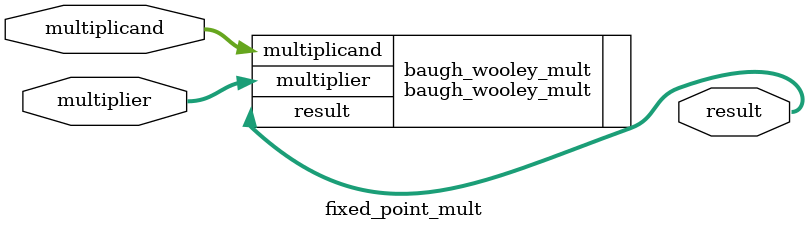
<source format=sv>

module fixed_point_mult #(
  parameter WORD_WIDTH_IN_1 = 16                               , // Total length of the number
  parameter WORD_WIDTH_IN_2 = 16                               , // Total length of the number
  parameter WORD_WIDTH_OUT  = WORD_WIDTH_IN_1 + WORD_WIDTH_IN_2 
)
(
  input  logic [WORD_WIDTH_IN_1-1:0] multiplier  , // Multiplier
  input  logic [WORD_WIDTH_IN_2-1:0] multiplicand, // Multiplicand
  output logic [WORD_WIDTH_OUT-1:0 ] result        // Result = multiplier * multiplicand
);

  //==============================================================================
  //                               Computing
  //==============================================================================

  // ------
  // result
  // ------
  baugh_wooley_mult #(
    .INPUT_WIDTH_1(WORD_WIDTH_IN_1),
    .INPUT_WIDTH_2(WORD_WIDTH_IN_2),
    .OUTPUT_WIDTH (WORD_WIDTH_OUT )
  ) baugh_wooley_mult (
    .multiplier  (multiplier  ),
    .multiplicand(multiplicand),
    .result      (result      ) 
  );

endmodule : fixed_point_mult
</source>
